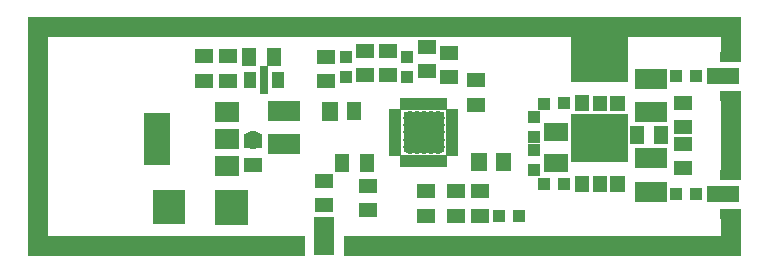
<source format=gbr>
%FSLAX34Y34*%
%MOMM*%
%LNSOLDERMASK_TOP*%
G71*
G01*
%ADD10R,1.000X0.500*%
%ADD11R,0.500X1.000*%
%ADD12R,3.350X3.350*%
%ADD13R,1.600X1.300*%
%ADD14R,1.100X1.100*%
%ADD15R,2.000X1.600*%
%ADD16R,1.300X1.600*%
%ADD17R,1.200X1.320*%
%ADD18R,2.800X1.800*%
%ADD19C,1.700*%
%ADD20R,2.700X1.470*%
%ADD21C,1.200*%
%ADD22R,1.700X3.200*%
%ADD23C,1.600*%
%ADD24R,2.100X1.700*%
%ADD25R,2.300X4.400*%
%ADD26R,2.800X2.990*%
%ADD27R,1.100X1.400*%
%ADD28R,0.800X2.400*%
%LPD*%
X358332Y-115019D02*
G54D10*
D03*
X310032Y-115019D02*
G54D10*
D03*
X358332Y-110019D02*
G54D10*
D03*
X310032Y-110019D02*
G54D10*
D03*
X358332Y-105019D02*
G54D10*
D03*
X310032Y-105019D02*
G54D10*
D03*
X358332Y-100019D02*
G54D10*
D03*
X310032Y-100019D02*
G54D10*
D03*
X358332Y-95019D02*
G54D10*
D03*
X310032Y-95019D02*
G54D10*
D03*
X358332Y-90019D02*
G54D10*
D03*
X310032Y-90019D02*
G54D10*
D03*
X358332Y-85019D02*
G54D10*
D03*
X310032Y-85019D02*
G54D10*
D03*
X358332Y-80019D02*
G54D10*
D03*
X310032Y-80019D02*
G54D10*
D03*
X351682Y-121669D02*
G54D11*
D03*
X351682Y-73369D02*
G54D11*
D03*
X346682Y-121669D02*
G54D11*
D03*
X346682Y-73369D02*
G54D11*
D03*
X341682Y-121669D02*
G54D11*
D03*
X341682Y-73369D02*
G54D11*
D03*
X336682Y-121669D02*
G54D11*
D03*
X336682Y-73369D02*
G54D11*
D03*
X331682Y-121669D02*
G54D11*
D03*
X331682Y-73369D02*
G54D11*
D03*
X326682Y-121669D02*
G54D11*
D03*
X326682Y-73369D02*
G54D11*
D03*
X321682Y-121669D02*
G54D11*
D03*
X321682Y-73369D02*
G54D11*
D03*
X316682Y-121669D02*
G54D11*
D03*
X316682Y-73369D02*
G54D11*
D03*
X334259Y-97525D02*
G54D12*
D03*
X251153Y-33604D02*
G54D13*
D03*
X251153Y-54204D02*
G54D13*
D03*
X268380Y-50334D02*
G54D14*
D03*
X268280Y-33633D02*
G54D14*
D03*
X427850Y-129300D02*
G54D14*
D03*
X427750Y-112600D02*
G54D14*
D03*
X427850Y-84400D02*
G54D14*
D03*
X427750Y-101100D02*
G54D14*
D03*
X446300Y-123500D02*
G54D15*
D03*
X446300Y-97400D02*
G54D15*
D03*
X378153Y-53254D02*
G54D13*
D03*
X378153Y-73854D02*
G54D13*
D03*
X320330Y-33834D02*
G54D14*
D03*
X320430Y-50534D02*
G54D14*
D03*
G36*
X248347Y-71749D02*
X261347Y-71749D01*
X261347Y-87749D01*
X248347Y-87749D01*
X248347Y-71749D01*
G37*
X275447Y-79749D02*
G54D16*
D03*
X285856Y-123215D02*
G54D16*
D03*
X265256Y-123215D02*
G54D16*
D03*
G36*
X374606Y-114500D02*
X387606Y-114500D01*
X387606Y-130500D01*
X374606Y-130500D01*
X374606Y-114500D01*
G37*
G36*
X395206Y-114500D02*
X408206Y-114500D01*
X408206Y-130500D01*
X395206Y-130500D01*
X395206Y-114500D01*
G37*
X336153Y-147354D02*
G54D13*
D03*
X336153Y-167954D02*
G54D13*
D03*
X414603Y-167954D02*
G54D14*
D03*
X397903Y-168054D02*
G54D14*
D03*
X361903Y-147454D02*
G54D13*
D03*
X361903Y-168054D02*
G54D13*
D03*
X287253Y-142654D02*
G54D13*
D03*
X287253Y-163254D02*
G54D13*
D03*
X468063Y-72960D02*
G54D17*
D03*
G36*
X477163Y-66360D02*
X489163Y-66360D01*
X489163Y-79560D01*
X477163Y-79560D01*
X477163Y-66360D01*
G37*
G36*
X492262Y-66360D02*
X504262Y-66360D01*
X504263Y-79560D01*
X492263Y-79560D01*
X492262Y-66360D01*
G37*
G36*
X477163Y-27460D02*
X489163Y-27460D01*
X489163Y-40660D01*
X477163Y-40660D01*
X477163Y-27460D01*
G37*
G36*
X459163Y-13560D02*
X507163Y-13560D01*
X507163Y-54560D01*
X459163Y-54560D01*
X459163Y-13560D01*
G37*
X553884Y-92997D02*
G54D13*
D03*
X553884Y-72397D02*
G54D13*
D03*
X526481Y-80551D02*
G54D18*
D03*
X526481Y-52551D02*
G54D18*
D03*
G54D19*
X8000Y-8000D02*
X594000Y-8000D01*
G36*
X8000Y500D02*
X8000Y-16500D01*
X-500Y-16500D01*
X-500Y500D01*
X8000Y500D01*
G37*
G36*
X594000Y-16500D02*
X594000Y500D01*
X602500Y500D01*
X602500Y-16500D01*
X594000Y-16500D01*
G37*
X587502Y-49939D02*
G54D20*
D03*
X587502Y-149939D02*
G54D20*
D03*
G54D19*
X594000Y-29000D02*
X594000Y-8000D01*
G36*
X585500Y-29000D02*
X602500Y-29000D01*
X602500Y-37500D01*
X585500Y-37500D01*
X585500Y-29000D01*
G37*
G54D19*
X594000Y-71000D02*
X594000Y-129000D01*
G36*
X602500Y-71000D02*
X585500Y-71000D01*
X585500Y-62500D01*
X602500Y-62500D01*
X602500Y-71000D01*
G37*
G36*
X585500Y-129000D02*
X602500Y-129000D01*
X602500Y-137500D01*
X585500Y-137500D01*
X585500Y-129000D01*
G37*
G54D19*
X594000Y-193000D02*
X594000Y-171000D01*
G36*
X585500Y-193000D02*
X602500Y-193000D01*
X602500Y-201500D01*
X585500Y-201500D01*
X585500Y-193000D01*
G37*
G36*
X602500Y-171000D02*
X585500Y-171000D01*
X585500Y-162500D01*
X602500Y-162500D01*
X602500Y-171000D01*
G37*
G54D19*
X275000Y-194000D02*
X594000Y-194000D01*
G36*
X275000Y-185500D02*
X275000Y-202500D01*
X266500Y-202500D01*
X266500Y-185500D01*
X275000Y-185500D01*
G37*
G36*
X594000Y-202500D02*
X594000Y-185500D01*
X602500Y-185500D01*
X602500Y-202500D01*
X594000Y-202500D01*
G37*
X564902Y-49939D02*
G54D14*
D03*
X548202Y-50039D02*
G54D14*
D03*
X564902Y-149939D02*
G54D14*
D03*
X548202Y-150039D02*
G54D14*
D03*
G36*
X462063Y-134360D02*
X474063Y-134360D01*
X474063Y-147560D01*
X462063Y-147560D01*
X462063Y-134360D01*
G37*
G36*
X477163Y-134360D02*
X489163Y-134360D01*
X489164Y-147560D01*
X477164Y-147560D01*
X477163Y-134360D01*
G37*
G36*
X492263Y-134360D02*
X504263Y-134360D01*
X504263Y-147560D01*
X492263Y-147560D01*
X492263Y-134360D01*
G37*
X483163Y-102060D02*
G54D17*
D03*
G36*
X459163Y-81560D02*
X507163Y-81560D01*
X507163Y-122560D01*
X459163Y-122560D01*
X459163Y-81560D01*
G37*
X526481Y-147551D02*
G54D18*
D03*
X526481Y-119551D02*
G54D18*
D03*
X535550Y-100001D02*
G54D16*
D03*
X514950Y-100001D02*
G54D16*
D03*
X553784Y-106878D02*
G54D13*
D03*
X553784Y-127478D02*
G54D13*
D03*
X453050Y-140950D02*
G54D14*
D03*
X436350Y-141050D02*
G54D14*
D03*
X453050Y-72950D02*
G54D14*
D03*
X436350Y-73050D02*
G54D14*
D03*
X322255Y-85525D02*
G54D21*
D03*
X328255Y-85525D02*
G54D21*
D03*
X334255Y-85525D02*
G54D21*
D03*
X340255Y-85525D02*
G54D21*
D03*
X346255Y-85525D02*
G54D21*
D03*
X322255Y-91525D02*
G54D21*
D03*
X328255Y-91525D02*
G54D21*
D03*
X334255Y-91525D02*
G54D21*
D03*
X340255Y-91525D02*
G54D21*
D03*
X346255Y-91525D02*
G54D21*
D03*
X322255Y-97525D02*
G54D21*
D03*
X328255Y-97525D02*
G54D21*
D03*
X340255Y-97525D02*
G54D21*
D03*
X346255Y-97525D02*
G54D21*
D03*
X322255Y-103525D02*
G54D21*
D03*
X328255Y-103525D02*
G54D21*
D03*
X334255Y-103525D02*
G54D21*
D03*
X340255Y-103525D02*
G54D21*
D03*
X346255Y-103525D02*
G54D21*
D03*
X322255Y-109525D02*
G54D21*
D03*
X328255Y-109525D02*
G54D21*
D03*
X334255Y-109525D02*
G54D21*
D03*
X340255Y-109525D02*
G54D21*
D03*
X346255Y-109525D02*
G54D21*
D03*
X334259Y-97525D02*
G54D21*
D03*
X355903Y-30003D02*
G54D13*
D03*
X355903Y-50604D02*
G54D13*
D03*
X336700Y-24900D02*
G54D13*
D03*
X336700Y-45500D02*
G54D13*
D03*
X284700Y-28500D02*
G54D13*
D03*
X284700Y-49100D02*
G54D13*
D03*
X303700Y-28500D02*
G54D13*
D03*
X303700Y-49100D02*
G54D13*
D03*
X250048Y-185488D02*
G54D22*
D03*
G54D19*
X8000Y-8000D02*
X8000Y-194000D01*
G36*
X16500Y-8000D02*
X-500Y-8000D01*
X-500Y500D01*
X16500Y500D01*
X16500Y-8000D01*
G37*
G36*
X-500Y-194000D02*
X16500Y-194000D01*
X16500Y-202500D01*
X-500Y-202500D01*
X-500Y-194000D01*
G37*
G54D19*
X8000Y-194000D02*
X225000Y-194000D01*
G36*
X225000Y-202500D02*
X225000Y-185500D01*
X233500Y-185500D01*
X233500Y-202500D01*
X225000Y-202500D01*
G37*
X189509Y-104184D02*
G54D23*
D03*
X167357Y-79986D02*
G54D24*
D03*
X167457Y-102986D02*
G54D24*
D03*
X167457Y-125986D02*
G54D24*
D03*
X108757Y-103086D02*
G54D25*
D03*
X118452Y-161029D02*
G54D26*
D03*
G36*
X157252Y-146079D02*
X185252Y-146079D01*
X185252Y-175979D01*
X157252Y-175979D01*
X157252Y-146079D01*
G37*
X216256Y-79209D02*
G54D18*
D03*
X216256Y-107209D02*
G54D18*
D03*
X189762Y-125131D02*
G54D13*
D03*
X189762Y-104531D02*
G54D13*
D03*
X168209Y-33203D02*
G54D13*
D03*
X168209Y-53803D02*
G54D13*
D03*
X207112Y-33750D02*
G54D16*
D03*
X186512Y-33750D02*
G54D16*
D03*
X187518Y-53342D02*
G54D27*
D03*
X210518Y-53342D02*
G54D27*
D03*
X199018Y-53342D02*
G54D28*
D03*
X148209Y-33203D02*
G54D13*
D03*
X148209Y-53803D02*
G54D13*
D03*
X249953Y-138654D02*
G54D13*
D03*
X249953Y-159254D02*
G54D13*
D03*
X381903Y-168054D02*
G54D13*
D03*
X381903Y-147454D02*
G54D13*
D03*
M02*

</source>
